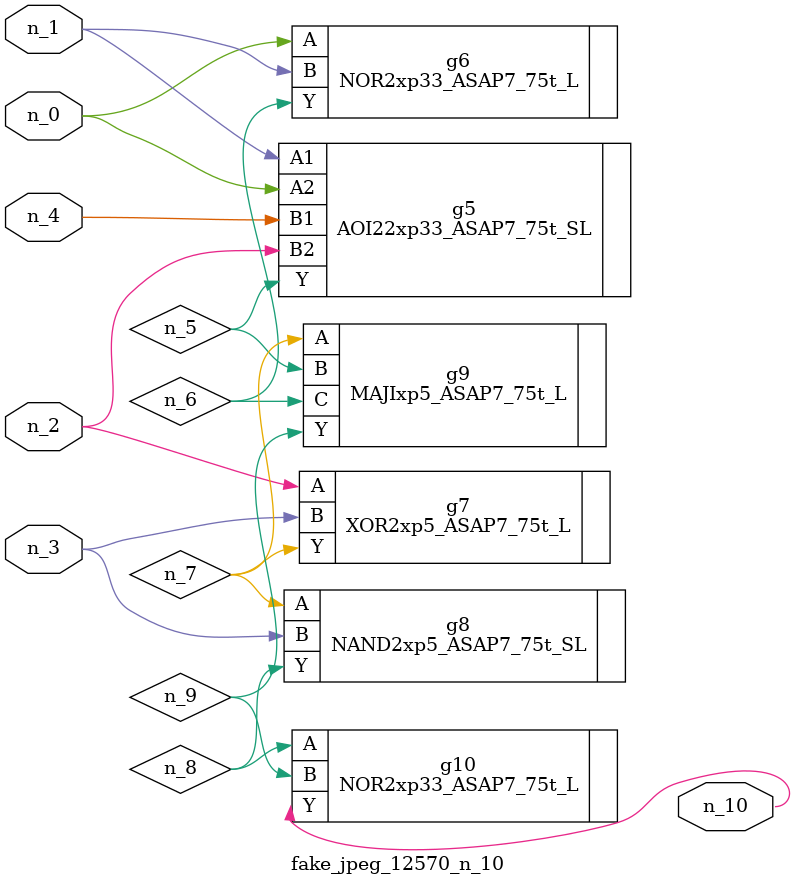
<source format=v>
module fake_jpeg_12570_n_10 (n_3, n_2, n_1, n_0, n_4, n_10);

input n_3;
input n_2;
input n_1;
input n_0;
input n_4;

output n_10;

wire n_8;
wire n_9;
wire n_6;
wire n_5;
wire n_7;

AOI22xp33_ASAP7_75t_SL g5 ( 
.A1(n_1),
.A2(n_0),
.B1(n_4),
.B2(n_2),
.Y(n_5)
);

NOR2xp33_ASAP7_75t_L g6 ( 
.A(n_0),
.B(n_1),
.Y(n_6)
);

XOR2xp5_ASAP7_75t_L g7 ( 
.A(n_2),
.B(n_3),
.Y(n_7)
);

NAND2xp5_ASAP7_75t_SL g8 ( 
.A(n_7),
.B(n_3),
.Y(n_8)
);

NOR2xp33_ASAP7_75t_L g10 ( 
.A(n_8),
.B(n_9),
.Y(n_10)
);

MAJIxp5_ASAP7_75t_L g9 ( 
.A(n_7),
.B(n_5),
.C(n_6),
.Y(n_9)
);


endmodule
</source>
